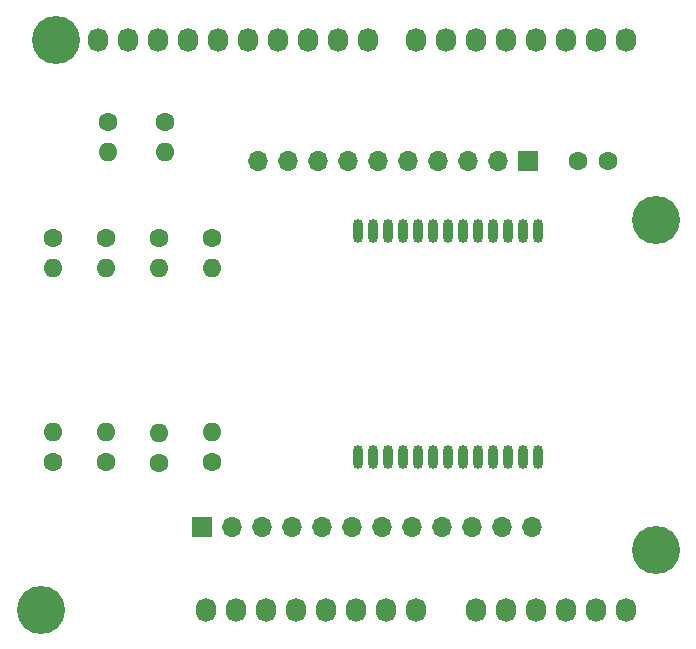
<source format=gbs>
G04 #@! TF.GenerationSoftware,KiCad,Pcbnew,5.1.9-73d0e3b20d~88~ubuntu20.04.1*
G04 #@! TF.CreationDate,2021-11-25T11:36:03+09:00*
G04 #@! TF.ProjectId,ES920LRB-Arduino-Shield,45533932-304c-4524-922d-41726475696e,v1.6*
G04 #@! TF.SameCoordinates,Original*
G04 #@! TF.FileFunction,Soldermask,Bot*
G04 #@! TF.FilePolarity,Negative*
%FSLAX46Y46*%
G04 Gerber Fmt 4.6, Leading zero omitted, Abs format (unit mm)*
G04 Created by KiCad (PCBNEW 5.1.9-73d0e3b20d~88~ubuntu20.04.1) date 2021-11-25 11:36:03*
%MOMM*%
%LPD*%
G01*
G04 APERTURE LIST*
%ADD10O,0.900000X2.000000*%
%ADD11O,1.600000X1.600000*%
%ADD12C,1.600000*%
%ADD13O,1.700000X1.700000*%
%ADD14R,1.700000X1.700000*%
%ADD15O,1.727200X2.032000*%
%ADD16C,4.064000*%
G04 APERTURE END LIST*
D10*
G04 #@! TO.C,M1*
X167118000Y-110915000D03*
X167118000Y-91815000D03*
X165848000Y-110915000D03*
X165848000Y-91815000D03*
X164578000Y-110915000D03*
X164578000Y-91815000D03*
X163308000Y-110915000D03*
X163308000Y-91815000D03*
X162038000Y-110915000D03*
X162038000Y-91815000D03*
X160768000Y-110915000D03*
X160768000Y-91815000D03*
X159498000Y-110915000D03*
X159498000Y-91815000D03*
X158228000Y-110915000D03*
X158228000Y-91815000D03*
X156958000Y-110915000D03*
X156958000Y-91815000D03*
X155688000Y-110915000D03*
X155688000Y-91815000D03*
X154418000Y-110915000D03*
X154418000Y-91815000D03*
X153148000Y-110915000D03*
X153148000Y-91815000D03*
X151878000Y-110915000D03*
X151878000Y-91815000D03*
G04 #@! TD*
D11*
G04 #@! TO.C,R10*
X125998000Y-94905000D03*
D12*
X125998000Y-92365000D03*
G04 #@! TD*
D11*
G04 #@! TO.C,R9*
X130498000Y-94905000D03*
D12*
X130498000Y-92365000D03*
G04 #@! TD*
D11*
G04 #@! TO.C,R8*
X134998000Y-94905000D03*
D12*
X134998000Y-92365000D03*
G04 #@! TD*
D11*
G04 #@! TO.C,R7*
X139498000Y-94905000D03*
D12*
X139498000Y-92365000D03*
G04 #@! TD*
D11*
G04 #@! TO.C,R6*
X135498000Y-85065000D03*
D12*
X135498000Y-82525000D03*
G04 #@! TD*
D11*
G04 #@! TO.C,R4*
X139498000Y-108825000D03*
D12*
X139498000Y-111365000D03*
G04 #@! TD*
G04 #@! TO.C,C1*
X172998000Y-85865000D03*
X170498000Y-85865000D03*
G04 #@! TD*
D13*
G04 #@! TO.C,J2*
X166578000Y-116865000D03*
X164038000Y-116865000D03*
X161498000Y-116865000D03*
X158958000Y-116865000D03*
X156418000Y-116865000D03*
X153878000Y-116865000D03*
X151338000Y-116865000D03*
X148798000Y-116865000D03*
X146258000Y-116865000D03*
X143718000Y-116865000D03*
X141178000Y-116865000D03*
D14*
X138638000Y-116865000D03*
G04 #@! TD*
D13*
G04 #@! TO.C,J1*
X143418000Y-85865000D03*
X145958000Y-85865000D03*
X148498000Y-85865000D03*
X151038000Y-85865000D03*
X153578000Y-85865000D03*
X156118000Y-85865000D03*
X158658000Y-85865000D03*
X161198000Y-85865000D03*
X163738000Y-85865000D03*
D14*
X166278000Y-85865000D03*
G04 #@! TD*
D11*
G04 #@! TO.C,R5*
X130698000Y-85115000D03*
D12*
X130698000Y-82575000D03*
G04 #@! TD*
D11*
G04 #@! TO.C,R3*
X134998000Y-108865000D03*
D12*
X134998000Y-111405000D03*
G04 #@! TD*
D11*
G04 #@! TO.C,R2*
X130498000Y-108825000D03*
D12*
X130498000Y-111365000D03*
G04 #@! TD*
D11*
G04 #@! TO.C,R1*
X125998000Y-108825000D03*
D12*
X125998000Y-111365000D03*
G04 #@! TD*
D15*
G04 #@! TO.C,P1*
X138938000Y-123825000D03*
X141478000Y-123825000D03*
X144018000Y-123825000D03*
X146558000Y-123825000D03*
X149098000Y-123825000D03*
X151638000Y-123825000D03*
X154178000Y-123825000D03*
X156718000Y-123825000D03*
G04 #@! TD*
G04 #@! TO.C,P2*
X161798000Y-123825000D03*
X164338000Y-123825000D03*
X166878000Y-123825000D03*
X169418000Y-123825000D03*
X171958000Y-123825000D03*
X174498000Y-123825000D03*
G04 #@! TD*
G04 #@! TO.C,P3*
X129794000Y-75565000D03*
X132334000Y-75565000D03*
X134874000Y-75565000D03*
X137414000Y-75565000D03*
X139954000Y-75565000D03*
X142494000Y-75565000D03*
X145034000Y-75565000D03*
X147574000Y-75565000D03*
X150114000Y-75565000D03*
X152654000Y-75565000D03*
G04 #@! TD*
G04 #@! TO.C,P4*
X156718000Y-75565000D03*
X159258000Y-75565000D03*
X161798000Y-75565000D03*
X164338000Y-75565000D03*
X166878000Y-75565000D03*
X169418000Y-75565000D03*
X171958000Y-75565000D03*
X174498000Y-75565000D03*
G04 #@! TD*
D16*
G04 #@! TO.C,P5*
X124968000Y-123825000D03*
G04 #@! TD*
G04 #@! TO.C,P6*
X177038000Y-118745000D03*
G04 #@! TD*
G04 #@! TO.C,P7*
X126238000Y-75565000D03*
G04 #@! TD*
G04 #@! TO.C,P8*
X177038000Y-90805000D03*
G04 #@! TD*
M02*

</source>
